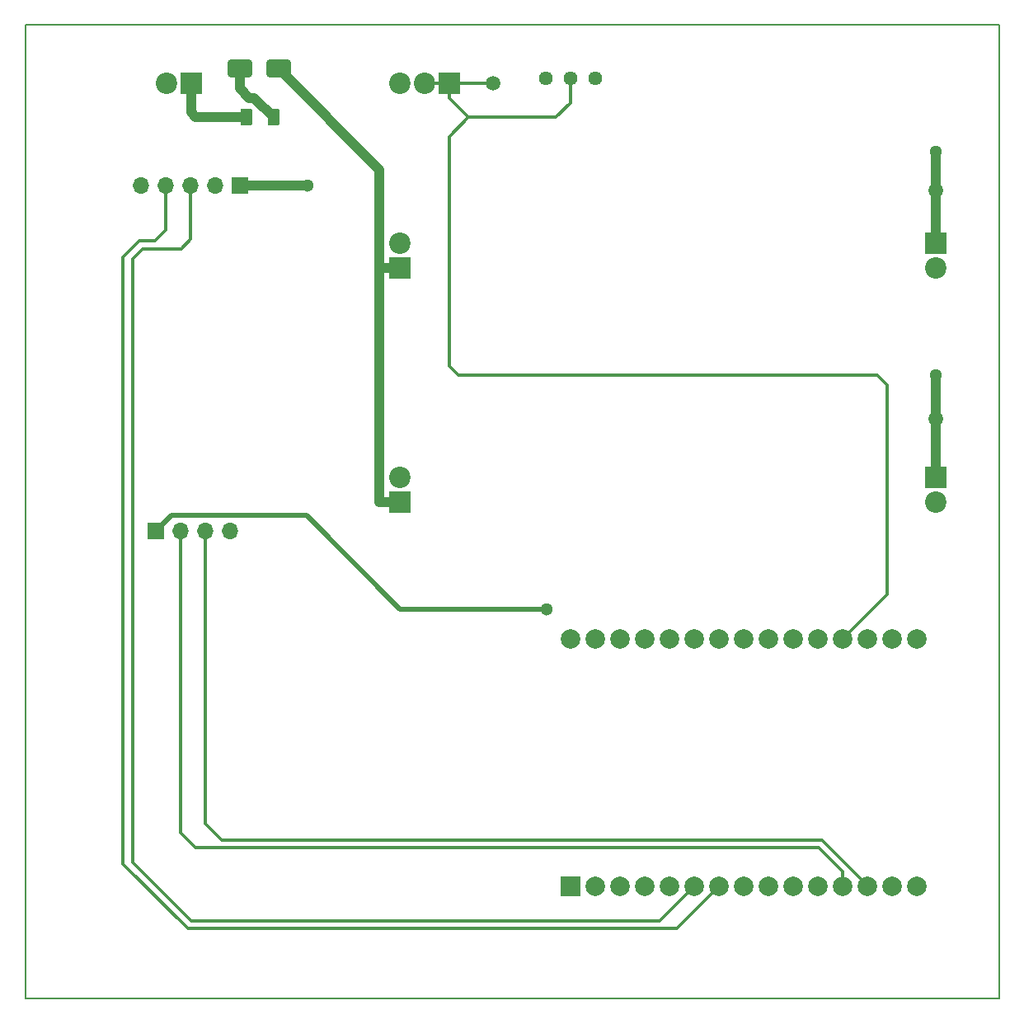
<source format=gbr>
%TF.GenerationSoftware,KiCad,Pcbnew,8.0.7*%
%TF.CreationDate,2025-03-03T08:30:57+07:00*%
%TF.ProjectId,esp32_getstok_testing,65737033-325f-4676-9574-73746f6b5f74,rev?*%
%TF.SameCoordinates,Original*%
%TF.FileFunction,Copper,L1,Top*%
%TF.FilePolarity,Positive*%
%FSLAX46Y46*%
G04 Gerber Fmt 4.6, Leading zero omitted, Abs format (unit mm)*
G04 Created by KiCad (PCBNEW 8.0.7) date 2025-03-03 08:30:57*
%MOMM*%
%LPD*%
G01*
G04 APERTURE LIST*
G04 Aperture macros list*
%AMRoundRect*
0 Rectangle with rounded corners*
0 $1 Rounding radius*
0 $2 $3 $4 $5 $6 $7 $8 $9 X,Y pos of 4 corners*
0 Add a 4 corners polygon primitive as box body*
4,1,4,$2,$3,$4,$5,$6,$7,$8,$9,$2,$3,0*
0 Add four circle primitives for the rounded corners*
1,1,$1+$1,$2,$3*
1,1,$1+$1,$4,$5*
1,1,$1+$1,$6,$7*
1,1,$1+$1,$8,$9*
0 Add four rect primitives between the rounded corners*
20,1,$1+$1,$2,$3,$4,$5,0*
20,1,$1+$1,$4,$5,$6,$7,0*
20,1,$1+$1,$6,$7,$8,$9,0*
20,1,$1+$1,$8,$9,$2,$3,0*%
G04 Aperture macros list end*
%TA.AperFunction,Conductor*%
%ADD10C,0.200000*%
%TD*%
%TA.AperFunction,ComponentPad*%
%ADD11C,1.440000*%
%TD*%
%TA.AperFunction,ComponentPad*%
%ADD12R,2.000000X2.000000*%
%TD*%
%TA.AperFunction,ComponentPad*%
%ADD13C,2.000000*%
%TD*%
%TA.AperFunction,ComponentPad*%
%ADD14R,2.200000X2.200000*%
%TD*%
%TA.AperFunction,ComponentPad*%
%ADD15C,2.200000*%
%TD*%
%TA.AperFunction,SMDPad,CuDef*%
%ADD16C,1.500000*%
%TD*%
%TA.AperFunction,ComponentPad*%
%ADD17R,1.700000X1.700000*%
%TD*%
%TA.AperFunction,ComponentPad*%
%ADD18O,1.700000X1.700000*%
%TD*%
%TA.AperFunction,SMDPad,CuDef*%
%ADD19RoundRect,0.250000X1.000000X0.650000X-1.000000X0.650000X-1.000000X-0.650000X1.000000X-0.650000X0*%
%TD*%
%TA.AperFunction,SMDPad,CuDef*%
%ADD20RoundRect,0.250000X-0.375000X-0.625000X0.375000X-0.625000X0.375000X0.625000X-0.375000X0.625000X0*%
%TD*%
%TA.AperFunction,ViaPad*%
%ADD21C,1.300000*%
%TD*%
%TA.AperFunction,Conductor*%
%ADD22C,1.000000*%
%TD*%
%TA.AperFunction,Conductor*%
%ADD23C,0.300000*%
%TD*%
%TA.AperFunction,Conductor*%
%ADD24C,0.500000*%
%TD*%
G04 APERTURE END LIST*
%TO.N,GND*%
D10*
X105000000Y-37500000D02*
X205000000Y-37500000D01*
X205000000Y-137500000D01*
X105000000Y-137500000D01*
X105000000Y-37500000D01*
%TD*%
D11*
%TO.P,RV1,1,1*%
%TO.N,+3.3V*%
X163500000Y-43000000D03*
%TO.P,RV1,2,2*%
%TO.N,/ADC_IN*%
X160960000Y-43000000D03*
%TO.P,RV1,3,3*%
%TO.N,unconnected-(RV1-Pad3)*%
X158420000Y-43000000D03*
%TD*%
D12*
%TO.P,U1,1,3V3*%
%TO.N,+3.3V*%
X161010000Y-125930000D03*
D13*
%TO.P,U1,2,GND*%
%TO.N,GND*%
X163550000Y-125930000D03*
%TO.P,U1,3,D15*%
%TO.N,unconnected-(U1-D15-Pad3)*%
X166090000Y-125930000D03*
%TO.P,U1,4,D2*%
%TO.N,unconnected-(U1-D2-Pad4)*%
X168630000Y-125930000D03*
%TO.P,U1,5,D4*%
%TO.N,unconnected-(U1-D4-Pad5)*%
X171170000Y-125930000D03*
%TO.P,U1,6,RX2*%
%TO.N,/RX_SIM*%
X173710000Y-125930000D03*
%TO.P,U1,7,TX2*%
%TO.N,/TX_SIM*%
X176250000Y-125930000D03*
%TO.P,U1,8,D5*%
%TO.N,unconnected-(U1-D5-Pad8)*%
X178790000Y-125930000D03*
%TO.P,U1,9,D18*%
%TO.N,unconnected-(U1-D18-Pad9)*%
X181330000Y-125930000D03*
%TO.P,U1,10,D19*%
%TO.N,unconnected-(U1-D19-Pad10)*%
X183870000Y-125930000D03*
%TO.P,U1,11,D21*%
%TO.N,unconnected-(U1-D21-Pad11)*%
X186410000Y-125930000D03*
%TO.P,U1,12,RX0*%
%TO.N,/RX_GPS*%
X188950000Y-125930000D03*
%TO.P,U1,13,TX0*%
%TO.N,/TX_GPS*%
X191490000Y-125930000D03*
%TO.P,U1,14,D22*%
%TO.N,unconnected-(U1-D22-Pad14)*%
X194030000Y-125930000D03*
%TO.P,U1,15,D23*%
%TO.N,unconnected-(U1-D23-Pad15)*%
X196570000Y-125930000D03*
%TO.P,U1,16,EN*%
%TO.N,unconnected-(U1-EN-Pad16)*%
X196570000Y-100530000D03*
%TO.P,U1,17,VP*%
%TO.N,unconnected-(U1-VP-Pad17)*%
X194030000Y-100530000D03*
%TO.P,U1,18,VN*%
%TO.N,unconnected-(U1-VN-Pad18)*%
X191490000Y-100530000D03*
%TO.P,U1,19,D34*%
%TO.N,/ADC_IN*%
X188950000Y-100530000D03*
%TO.P,U1,20,D35*%
%TO.N,unconnected-(U1-D35-Pad20)*%
X186410000Y-100530000D03*
%TO.P,U1,21,D32*%
%TO.N,unconnected-(U1-D32-Pad21)*%
X183870000Y-100530000D03*
%TO.P,U1,22,D33*%
%TO.N,unconnected-(U1-D33-Pad22)*%
X181330000Y-100530000D03*
%TO.P,U1,23,D25*%
%TO.N,unconnected-(U1-D25-Pad23)*%
X178790000Y-100530000D03*
%TO.P,U1,24,D26*%
%TO.N,unconnected-(U1-D26-Pad24)*%
X176250000Y-100530000D03*
%TO.P,U1,25,D27*%
%TO.N,unconnected-(U1-D27-Pad25)*%
X173710000Y-100530000D03*
%TO.P,U1,26,D14*%
%TO.N,unconnected-(U1-D14-Pad26)*%
X171170000Y-100530000D03*
%TO.P,U1,27,D12*%
%TO.N,unconnected-(U1-D12-Pad27)*%
X168630000Y-100530000D03*
%TO.P,U1,28,D13*%
%TO.N,unconnected-(U1-D13-Pad28)*%
X166090000Y-100530000D03*
%TO.P,U1,29,GND*%
%TO.N,GND*%
X163550000Y-100530000D03*
%TO.P,U1,30,VIN*%
%TO.N,unconnected-(U1-VIN-Pad30)*%
X161010000Y-100530000D03*
%TD*%
D14*
%TO.P,J6,1,Pin_1*%
%TO.N,+4V*%
X198500000Y-59960000D03*
D15*
%TO.P,J6,2,Pin_2*%
%TO.N,GND*%
X198500000Y-62500000D03*
%TD*%
D16*
%TO.P,TP1,1,1*%
%TO.N,/ADC_IN*%
X153000000Y-43500000D03*
%TD*%
D14*
%TO.P,J1,1,Pin_1*%
%TO.N,Net-(J1-Pin_1)*%
X122000000Y-43500000D03*
D15*
%TO.P,J1,2,Pin_2*%
%TO.N,GND*%
X119460000Y-43500000D03*
%TD*%
D14*
%TO.P,J7,1,Pin_1*%
%TO.N,/Vin*%
X143460000Y-86500000D03*
D15*
%TO.P,J7,2,Pin_2*%
%TO.N,GND*%
X143460000Y-83960000D03*
%TD*%
D17*
%TO.P,J5,1,Pin_1*%
%TO.N,+4V*%
X127040000Y-54000000D03*
D18*
%TO.P,J5,2,Pin_2*%
%TO.N,unconnected-(J5-Pin_2-Pad2)*%
X124500000Y-54000000D03*
%TO.P,J5,3,Pin_3*%
%TO.N,/RX_SIM*%
X121960000Y-54000000D03*
%TO.P,J5,4,Pin_4*%
%TO.N,/TX_SIM*%
X119420000Y-54000000D03*
%TO.P,J5,5,Pin_5*%
%TO.N,GND*%
X116880000Y-54000000D03*
%TD*%
D19*
%TO.P,D1,1,K*%
%TO.N,/Vin*%
X131000000Y-42000000D03*
%TO.P,D1,2,A*%
%TO.N,Net-(D1-A)*%
X127000000Y-42000000D03*
%TD*%
D16*
%TO.P,TP2,1,1*%
%TO.N,+3.3V*%
X198500000Y-78000000D03*
%TD*%
%TO.P,TP3,1,1*%
%TO.N,+4V*%
X198500000Y-54500000D03*
%TD*%
D20*
%TO.P,F1,1*%
%TO.N,Net-(J1-Pin_1)*%
X127700000Y-47000000D03*
%TO.P,F1,2*%
%TO.N,Net-(D1-A)*%
X130500000Y-47000000D03*
%TD*%
D17*
%TO.P,J3,1,Pin_1*%
%TO.N,+3.3V*%
X118420000Y-89500000D03*
D18*
%TO.P,J3,2,Pin_2*%
%TO.N,/RX_GPS*%
X120960000Y-89500000D03*
%TO.P,J3,3,Pin_3*%
%TO.N,/TX_GPS*%
X123500000Y-89500000D03*
%TO.P,J3,4,Pin_4*%
%TO.N,GND*%
X126040000Y-89500000D03*
%TD*%
D14*
%TO.P,J4,1,Pin_1*%
%TO.N,/Vin*%
X143460000Y-62500000D03*
D15*
%TO.P,J4,2,Pin_2*%
%TO.N,GND*%
X143460000Y-59960000D03*
%TD*%
D14*
%TO.P,J8,1,Pin_1*%
%TO.N,+3.3V*%
X198500000Y-83960000D03*
D15*
%TO.P,J8,2,Pin_2*%
%TO.N,GND*%
X198500000Y-86500000D03*
%TD*%
D14*
%TO.P,J2,1,Pin_1*%
%TO.N,/ADC_IN*%
X148540000Y-43540000D03*
D15*
%TO.P,J2,2,Pin_2*%
X146000000Y-43540000D03*
%TO.P,J2,3,Pin_3*%
%TO.N,GND*%
X143460000Y-43540000D03*
%TD*%
D21*
%TO.N,+3.3V*%
X198500000Y-73500000D03*
X158500000Y-97500000D03*
%TO.N,+4V*%
X134000000Y-54000000D03*
X198500000Y-50500000D03*
%TD*%
D22*
%TO.N,Net-(D1-A)*%
X128000000Y-45000000D02*
X127000000Y-44000000D01*
X128500000Y-45000000D02*
X128000000Y-45000000D01*
X130500000Y-47000000D02*
X128500000Y-45000000D01*
X127000000Y-44000000D02*
X127000000Y-42000000D01*
%TO.N,/Vin*%
X141352000Y-62492000D02*
X141352000Y-86492000D01*
X141352000Y-52352000D02*
X141352000Y-62492000D01*
X141352000Y-86492000D02*
X141360000Y-86500000D01*
X141360000Y-62500000D02*
X143460000Y-62500000D01*
X141352000Y-62492000D02*
X141360000Y-62500000D01*
X131000000Y-42000000D02*
X141352000Y-52352000D01*
X141360000Y-86500000D02*
X143460000Y-86500000D01*
%TO.N,Net-(J1-Pin_1)*%
X122000000Y-46500000D02*
X122500000Y-47000000D01*
X122000000Y-43500000D02*
X122000000Y-46500000D01*
X122500000Y-47000000D02*
X127700000Y-47000000D01*
D23*
%TO.N,/ADC_IN*%
X149500000Y-73500000D02*
X192500000Y-73500000D01*
X153000000Y-43500000D02*
X148580000Y-43500000D01*
X148540000Y-45040000D02*
X148540000Y-43540000D01*
X159500000Y-47000000D02*
X150500000Y-47000000D01*
X150500000Y-47000000D02*
X148500000Y-49000000D01*
X193500000Y-95980000D02*
X188950000Y-100530000D01*
X192500000Y-73500000D02*
X193500000Y-74500000D01*
X160960000Y-43000000D02*
X160960000Y-45540000D01*
X148500000Y-49000000D02*
X148500000Y-72500000D01*
X160960000Y-45540000D02*
X159500000Y-47000000D01*
X150500000Y-47000000D02*
X148540000Y-45040000D01*
X148500000Y-72500000D02*
X149500000Y-73500000D01*
X148580000Y-43500000D02*
X148540000Y-43540000D01*
X146000000Y-43540000D02*
X148540000Y-43540000D01*
X193500000Y-74500000D02*
X193500000Y-95980000D01*
%TO.N,/TX_GPS*%
X186834685Y-121192000D02*
X191490000Y-125847315D01*
X125192000Y-121192000D02*
X186834685Y-121192000D01*
X123500000Y-89500000D02*
X123500000Y-119500000D01*
X191490000Y-125847315D02*
X191490000Y-125930000D01*
X123500000Y-119500000D02*
X125192000Y-121192000D01*
D24*
%TO.N,+3.3V*%
X120028000Y-87892000D02*
X133892000Y-87892000D01*
X133892000Y-87892000D02*
X143500000Y-97500000D01*
D22*
X198500000Y-83960000D02*
X198500000Y-78000000D01*
D24*
X143500000Y-97500000D02*
X158500000Y-97500000D01*
X118420000Y-89500000D02*
X120028000Y-87892000D01*
D22*
X198500000Y-78000000D02*
X198500000Y-73500000D01*
D23*
%TO.N,/RX_GPS*%
X188950000Y-124450000D02*
X188950000Y-125930000D01*
X186500000Y-122000000D02*
X188950000Y-124450000D01*
X122500000Y-122000000D02*
X186500000Y-122000000D01*
X120960000Y-120460000D02*
X122500000Y-122000000D01*
X120960000Y-89500000D02*
X120960000Y-120460000D01*
%TO.N,/RX_SIM*%
X173710000Y-125930000D02*
X170140000Y-129500000D01*
X170140000Y-129500000D02*
X122000000Y-129500000D01*
X121000000Y-60500000D02*
X121960000Y-59540000D01*
X121960000Y-59540000D02*
X121960000Y-54000000D01*
X116000000Y-123500000D02*
X116000000Y-61500000D01*
X116000000Y-61500000D02*
X117000000Y-60500000D01*
X122000000Y-129500000D02*
X116000000Y-123500000D01*
X117000000Y-60500000D02*
X121000000Y-60500000D01*
D22*
%TO.N,+4V*%
X198500000Y-59960000D02*
X198500000Y-54500000D01*
X198500000Y-54500000D02*
X198500000Y-50500000D01*
X134000000Y-54000000D02*
X127040000Y-54000000D01*
D23*
%TO.N,/TX_SIM*%
X176250000Y-125930000D02*
X171872000Y-130308000D01*
X171872000Y-130308000D02*
X121665315Y-130308000D01*
X118308000Y-59692000D02*
X119420000Y-58580000D01*
X121665315Y-130308000D02*
X115000000Y-123642685D01*
X115000000Y-123642685D02*
X115000000Y-61357315D01*
X115000000Y-61357315D02*
X116665315Y-59692000D01*
X119420000Y-58580000D02*
X119420000Y-54000000D01*
X116665315Y-59692000D02*
X118308000Y-59692000D01*
%TD*%
M02*

</source>
